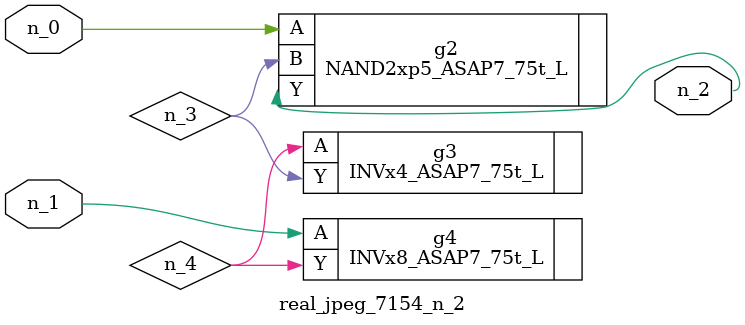
<source format=v>
module real_jpeg_7154_n_2 (n_1, n_0, n_2);

input n_1;
input n_0;

output n_2;

wire n_4;
wire n_3;

NAND2xp5_ASAP7_75t_L g2 ( 
.A(n_0),
.B(n_3),
.Y(n_2)
);

INVx8_ASAP7_75t_L g4 ( 
.A(n_1),
.Y(n_4)
);

INVx4_ASAP7_75t_L g3 ( 
.A(n_4),
.Y(n_3)
);


endmodule
</source>
